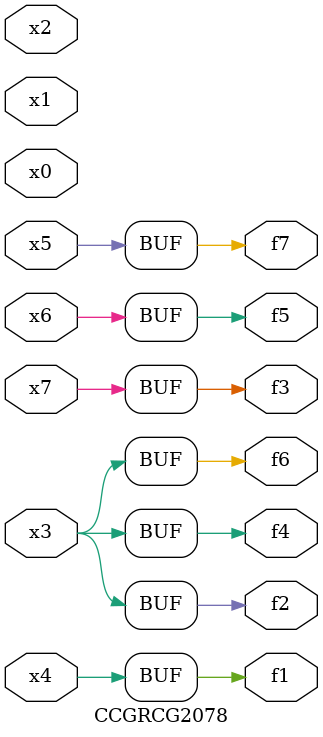
<source format=v>
module CCGRCG2078(
	input x0, x1, x2, x3, x4, x5, x6, x7,
	output f1, f2, f3, f4, f5, f6, f7
);
	assign f1 = x4;
	assign f2 = x3;
	assign f3 = x7;
	assign f4 = x3;
	assign f5 = x6;
	assign f6 = x3;
	assign f7 = x5;
endmodule

</source>
